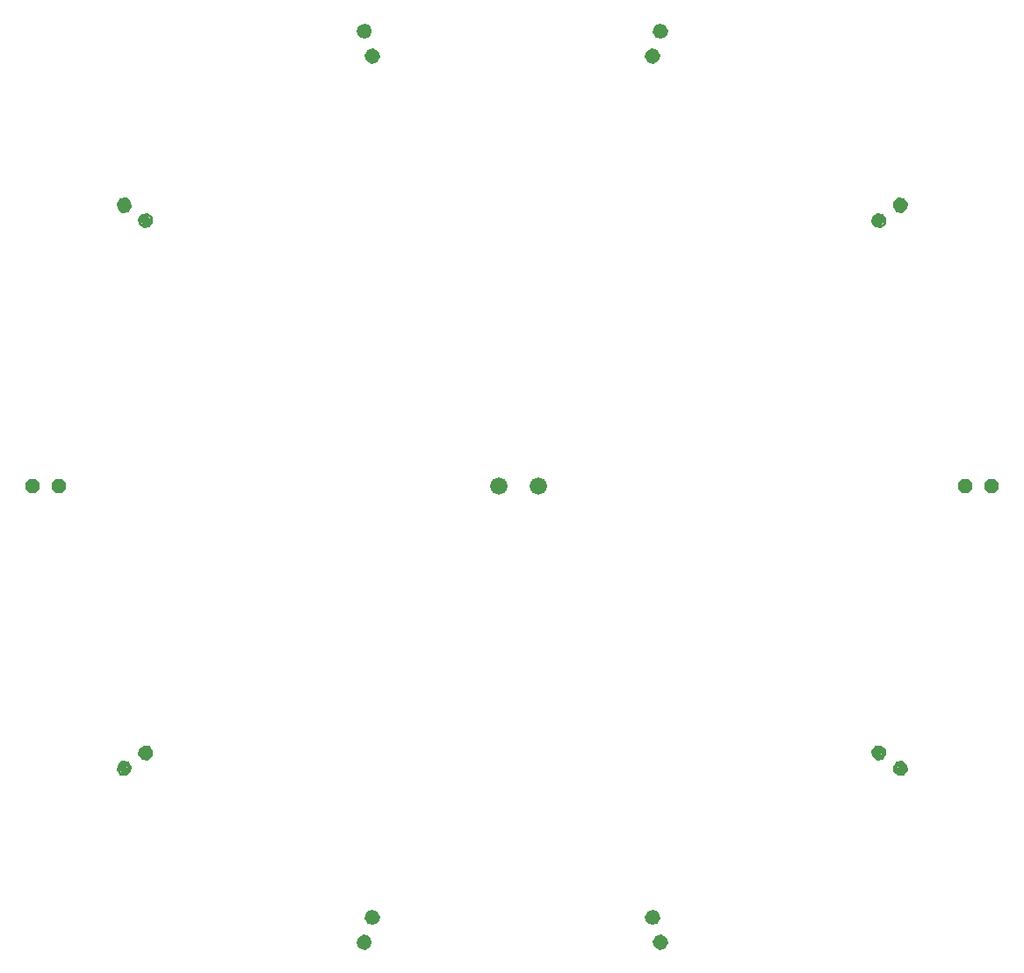
<source format=gbl>
G75*
%MOIN*%
%OFA0B0*%
%FSLAX25Y25*%
%IPPOS*%
%LPD*%
%AMOC8*
5,1,8,0,0,1.08239X$1,22.5*
%
%ADD10OC8,0.05600*%
%ADD11C,0.06600*%
%ADD12C,0.01120*%
D10*
X0014000Y0191000D03*
X0024000Y0191000D03*
X0368000Y0191000D03*
X0378000Y0191000D03*
D11*
X0206000Y0191000D03*
X0191000Y0191000D03*
D12*
X0046962Y0084017D02*
X0046402Y0083457D01*
X0046693Y0085290D01*
X0048193Y0086380D01*
X0050026Y0086089D01*
X0051116Y0084589D01*
X0050825Y0082756D01*
X0049325Y0081666D01*
X0047492Y0081957D01*
X0046402Y0083457D01*
X0047287Y0083669D01*
X0047468Y0084815D01*
X0048405Y0085495D01*
X0049551Y0085314D01*
X0050231Y0084377D01*
X0050050Y0083231D01*
X0049113Y0082551D01*
X0047967Y0082732D01*
X0047287Y0083669D01*
X0048171Y0083881D01*
X0048243Y0084340D01*
X0048617Y0084611D01*
X0049076Y0084539D01*
X0049347Y0084165D01*
X0049275Y0083706D01*
X0048901Y0083435D01*
X0048442Y0083507D01*
X0048171Y0083881D01*
X0055052Y0089895D02*
X0054492Y0089335D01*
X0054783Y0091168D01*
X0056283Y0092258D01*
X0058116Y0091967D01*
X0059206Y0090467D01*
X0058915Y0088634D01*
X0057415Y0087544D01*
X0055582Y0087835D01*
X0054492Y0089335D01*
X0055377Y0089547D01*
X0055558Y0090693D01*
X0056495Y0091373D01*
X0057641Y0091192D01*
X0058321Y0090255D01*
X0058140Y0089109D01*
X0057203Y0088429D01*
X0056057Y0088610D01*
X0055377Y0089547D01*
X0056261Y0089759D01*
X0056333Y0090218D01*
X0056707Y0090489D01*
X0057166Y0090417D01*
X0057437Y0090043D01*
X0057365Y0089584D01*
X0056991Y0089313D01*
X0056532Y0089385D01*
X0056261Y0089759D01*
X0138746Y0016625D02*
X0138186Y0016065D01*
X0137343Y0017719D01*
X0137916Y0019481D01*
X0139570Y0020324D01*
X0141332Y0019751D01*
X0142175Y0018097D01*
X0141602Y0016335D01*
X0139948Y0015492D01*
X0138186Y0016065D01*
X0138776Y0016756D01*
X0138249Y0017790D01*
X0138607Y0018891D01*
X0139641Y0019418D01*
X0140742Y0019060D01*
X0141269Y0018026D01*
X0140911Y0016925D01*
X0139877Y0016398D01*
X0138776Y0016756D01*
X0139367Y0017447D01*
X0139156Y0017862D01*
X0139298Y0018300D01*
X0139713Y0018511D01*
X0140151Y0018369D01*
X0140362Y0017954D01*
X0140220Y0017516D01*
X0139805Y0017305D01*
X0139367Y0017447D01*
X0141836Y0026135D02*
X0141276Y0025575D01*
X0140433Y0027229D01*
X0141006Y0028991D01*
X0142660Y0029834D01*
X0144422Y0029261D01*
X0145265Y0027607D01*
X0144692Y0025845D01*
X0143038Y0025002D01*
X0141276Y0025575D01*
X0141866Y0026266D01*
X0141339Y0027300D01*
X0141697Y0028401D01*
X0142731Y0028928D01*
X0143832Y0028570D01*
X0144359Y0027536D01*
X0144001Y0026435D01*
X0142967Y0025908D01*
X0141866Y0026266D01*
X0142457Y0026957D01*
X0142246Y0027372D01*
X0142388Y0027810D01*
X0142803Y0028021D01*
X0143241Y0027879D01*
X0143452Y0027464D01*
X0143310Y0027026D01*
X0142895Y0026815D01*
X0142457Y0026957D01*
X0249522Y0025562D02*
X0248962Y0025002D01*
X0247308Y0025845D01*
X0246735Y0027607D01*
X0247578Y0029261D01*
X0249340Y0029834D01*
X0250994Y0028991D01*
X0251567Y0027229D01*
X0250724Y0025575D01*
X0248962Y0025002D01*
X0249033Y0025908D01*
X0247999Y0026435D01*
X0247641Y0027536D01*
X0248168Y0028570D01*
X0249269Y0028928D01*
X0250303Y0028401D01*
X0250661Y0027300D01*
X0250134Y0026266D01*
X0249033Y0025908D01*
X0249105Y0026815D01*
X0248690Y0027026D01*
X0248548Y0027464D01*
X0248759Y0027879D01*
X0249197Y0028021D01*
X0249612Y0027810D01*
X0249754Y0027372D01*
X0249543Y0026957D01*
X0249105Y0026815D01*
X0252612Y0016052D02*
X0252052Y0015492D01*
X0250398Y0016335D01*
X0249825Y0018097D01*
X0250668Y0019751D01*
X0252430Y0020324D01*
X0254084Y0019481D01*
X0254657Y0017719D01*
X0253814Y0016065D01*
X0252052Y0015492D01*
X0252123Y0016398D01*
X0251089Y0016925D01*
X0250731Y0018026D01*
X0251258Y0019060D01*
X0252359Y0019418D01*
X0253393Y0018891D01*
X0253751Y0017790D01*
X0253224Y0016756D01*
X0252123Y0016398D01*
X0252195Y0017305D01*
X0251780Y0017516D01*
X0251638Y0017954D01*
X0251849Y0018369D01*
X0252287Y0018511D01*
X0252702Y0018300D01*
X0252844Y0017862D01*
X0252633Y0017447D01*
X0252195Y0017305D01*
X0335858Y0088395D02*
X0336418Y0087835D01*
X0334585Y0087544D01*
X0333085Y0088634D01*
X0332794Y0090467D01*
X0333884Y0091967D01*
X0335717Y0092258D01*
X0337217Y0091168D01*
X0337508Y0089335D01*
X0336418Y0087835D01*
X0335943Y0088610D01*
X0334797Y0088429D01*
X0333860Y0089109D01*
X0333679Y0090255D01*
X0334359Y0091192D01*
X0335505Y0091373D01*
X0336442Y0090693D01*
X0336623Y0089547D01*
X0335943Y0088610D01*
X0335468Y0089385D01*
X0335009Y0089313D01*
X0334635Y0089584D01*
X0334563Y0090043D01*
X0334834Y0090417D01*
X0335293Y0090489D01*
X0335667Y0090218D01*
X0335739Y0089759D01*
X0335468Y0089385D01*
X0343948Y0082517D02*
X0344508Y0081957D01*
X0342675Y0081666D01*
X0341175Y0082756D01*
X0340884Y0084589D01*
X0341974Y0086089D01*
X0343807Y0086380D01*
X0345307Y0085290D01*
X0345598Y0083457D01*
X0344508Y0081957D01*
X0344033Y0082732D01*
X0342887Y0082551D01*
X0341950Y0083231D01*
X0341769Y0084377D01*
X0342449Y0085314D01*
X0343595Y0085495D01*
X0344532Y0084815D01*
X0344713Y0083669D01*
X0344033Y0082732D01*
X0343558Y0083507D01*
X0343099Y0083435D01*
X0342725Y0083706D01*
X0342653Y0084165D01*
X0342924Y0084539D01*
X0343383Y0084611D01*
X0343757Y0084340D01*
X0343829Y0083881D01*
X0343558Y0083507D01*
X0336948Y0292105D02*
X0337508Y0292665D01*
X0337217Y0290832D01*
X0335717Y0289742D01*
X0333884Y0290033D01*
X0332794Y0291533D01*
X0333085Y0293366D01*
X0334585Y0294456D01*
X0336418Y0294165D01*
X0337508Y0292665D01*
X0336623Y0292453D01*
X0336442Y0291307D01*
X0335505Y0290627D01*
X0334359Y0290808D01*
X0333679Y0291745D01*
X0333860Y0292891D01*
X0334797Y0293571D01*
X0335943Y0293390D01*
X0336623Y0292453D01*
X0335739Y0292241D01*
X0335667Y0291782D01*
X0335293Y0291511D01*
X0334834Y0291583D01*
X0334563Y0291957D01*
X0334635Y0292416D01*
X0335009Y0292687D01*
X0335468Y0292615D01*
X0335739Y0292241D01*
X0345038Y0297983D02*
X0345598Y0298543D01*
X0345307Y0296710D01*
X0343807Y0295620D01*
X0341974Y0295911D01*
X0340884Y0297411D01*
X0341175Y0299244D01*
X0342675Y0300334D01*
X0344508Y0300043D01*
X0345598Y0298543D01*
X0344713Y0298331D01*
X0344532Y0297185D01*
X0343595Y0296505D01*
X0342449Y0296686D01*
X0341769Y0297623D01*
X0341950Y0298769D01*
X0342887Y0299449D01*
X0344033Y0299268D01*
X0344713Y0298331D01*
X0343829Y0298119D01*
X0343757Y0297660D01*
X0343383Y0297389D01*
X0342924Y0297461D01*
X0342653Y0297835D01*
X0342725Y0298294D01*
X0343099Y0298565D01*
X0343558Y0298493D01*
X0343829Y0298119D01*
X0253254Y0365375D02*
X0253814Y0365935D01*
X0254657Y0364281D01*
X0254084Y0362519D01*
X0252430Y0361676D01*
X0250668Y0362249D01*
X0249825Y0363903D01*
X0250398Y0365665D01*
X0252052Y0366508D01*
X0253814Y0365935D01*
X0253224Y0365244D01*
X0253751Y0364210D01*
X0253393Y0363109D01*
X0252359Y0362582D01*
X0251258Y0362940D01*
X0250731Y0363974D01*
X0251089Y0365075D01*
X0252123Y0365602D01*
X0253224Y0365244D01*
X0252633Y0364553D01*
X0252844Y0364138D01*
X0252702Y0363700D01*
X0252287Y0363489D01*
X0251849Y0363631D01*
X0251638Y0364046D01*
X0251780Y0364484D01*
X0252195Y0364695D01*
X0252633Y0364553D01*
X0250164Y0355865D02*
X0250724Y0356425D01*
X0251567Y0354771D01*
X0250994Y0353009D01*
X0249340Y0352166D01*
X0247578Y0352739D01*
X0246735Y0354393D01*
X0247308Y0356155D01*
X0248962Y0356998D01*
X0250724Y0356425D01*
X0250134Y0355734D01*
X0250661Y0354700D01*
X0250303Y0353599D01*
X0249269Y0353072D01*
X0248168Y0353430D01*
X0247641Y0354464D01*
X0247999Y0355565D01*
X0249033Y0356092D01*
X0250134Y0355734D01*
X0249543Y0355043D01*
X0249754Y0354628D01*
X0249612Y0354190D01*
X0249197Y0353979D01*
X0248759Y0354121D01*
X0248548Y0354536D01*
X0248690Y0354974D01*
X0249105Y0355185D01*
X0249543Y0355043D01*
X0142478Y0356438D02*
X0143038Y0356998D01*
X0144692Y0356155D01*
X0145265Y0354393D01*
X0144422Y0352739D01*
X0142660Y0352166D01*
X0141006Y0353009D01*
X0140433Y0354771D01*
X0141276Y0356425D01*
X0143038Y0356998D01*
X0142967Y0356092D01*
X0144001Y0355565D01*
X0144359Y0354464D01*
X0143832Y0353430D01*
X0142731Y0353072D01*
X0141697Y0353599D01*
X0141339Y0354700D01*
X0141866Y0355734D01*
X0142967Y0356092D01*
X0142895Y0355185D01*
X0143310Y0354974D01*
X0143452Y0354536D01*
X0143241Y0354121D01*
X0142803Y0353979D01*
X0142388Y0354190D01*
X0142246Y0354628D01*
X0142457Y0355043D01*
X0142895Y0355185D01*
X0139388Y0365948D02*
X0139948Y0366508D01*
X0141602Y0365665D01*
X0142175Y0363903D01*
X0141332Y0362249D01*
X0139570Y0361676D01*
X0137916Y0362519D01*
X0137343Y0364281D01*
X0138186Y0365935D01*
X0139948Y0366508D01*
X0139877Y0365602D01*
X0140911Y0365075D01*
X0141269Y0363974D01*
X0140742Y0362940D01*
X0139641Y0362582D01*
X0138607Y0363109D01*
X0138249Y0364210D01*
X0138776Y0365244D01*
X0139877Y0365602D01*
X0139805Y0364695D01*
X0140220Y0364484D01*
X0140362Y0364046D01*
X0140151Y0363631D01*
X0139713Y0363489D01*
X0139298Y0363700D01*
X0139156Y0364138D01*
X0139367Y0364553D01*
X0139805Y0364695D01*
X0056142Y0293605D02*
X0055582Y0294165D01*
X0057415Y0294456D01*
X0058915Y0293366D01*
X0059206Y0291533D01*
X0058116Y0290033D01*
X0056283Y0289742D01*
X0054783Y0290832D01*
X0054492Y0292665D01*
X0055582Y0294165D01*
X0056057Y0293390D01*
X0057203Y0293571D01*
X0058140Y0292891D01*
X0058321Y0291745D01*
X0057641Y0290808D01*
X0056495Y0290627D01*
X0055558Y0291307D01*
X0055377Y0292453D01*
X0056057Y0293390D01*
X0056532Y0292615D01*
X0056991Y0292687D01*
X0057365Y0292416D01*
X0057437Y0291957D01*
X0057166Y0291583D01*
X0056707Y0291511D01*
X0056333Y0291782D01*
X0056261Y0292241D01*
X0056532Y0292615D01*
X0048052Y0299483D02*
X0047492Y0300043D01*
X0049325Y0300334D01*
X0050825Y0299244D01*
X0051116Y0297411D01*
X0050026Y0295911D01*
X0048193Y0295620D01*
X0046693Y0296710D01*
X0046402Y0298543D01*
X0047492Y0300043D01*
X0047967Y0299268D01*
X0049113Y0299449D01*
X0050050Y0298769D01*
X0050231Y0297623D01*
X0049551Y0296686D01*
X0048405Y0296505D01*
X0047468Y0297185D01*
X0047287Y0298331D01*
X0047967Y0299268D01*
X0048442Y0298493D01*
X0048901Y0298565D01*
X0049275Y0298294D01*
X0049347Y0297835D01*
X0049076Y0297461D01*
X0048617Y0297389D01*
X0048243Y0297660D01*
X0048171Y0298119D01*
X0048442Y0298493D01*
M02*

</source>
